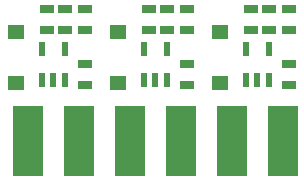
<source format=gbr>
G04 EAGLE Gerber RS-274X export*
G75*
%MOMM*%
%FSLAX34Y34*%
%LPD*%
%INSolderpaste Top*%
%IPPOS*%
%AMOC8*
5,1,8,0,0,1.08239X$1,22.5*%
G01*
%ADD10R,0.550000X1.200000*%
%ADD11R,1.200000X0.800000*%
%ADD12R,2.500000X6.000000*%
%ADD13R,1.470000X1.270000*%


D10*
X126390Y158449D03*
X135890Y158449D03*
X145390Y158449D03*
X145390Y184451D03*
X126390Y184451D03*
D11*
X146050Y218550D03*
X146050Y200550D03*
X162560Y172195D03*
X162560Y154195D03*
X162560Y218550D03*
X162560Y200550D03*
D10*
X40030Y158449D03*
X49530Y158449D03*
X59030Y158449D03*
X59030Y184451D03*
X40030Y184451D03*
D11*
X59690Y218550D03*
X59690Y200550D03*
X76200Y172195D03*
X76200Y154195D03*
X248920Y218550D03*
X248920Y200550D03*
D10*
X212750Y158449D03*
X222250Y158449D03*
X231750Y158449D03*
X231750Y184451D03*
X212750Y184451D03*
D11*
X232410Y218550D03*
X232410Y200550D03*
X76200Y218550D03*
X76200Y200550D03*
D12*
X27780Y106680D03*
X70780Y106680D03*
X114140Y106680D03*
X157140Y106680D03*
X200500Y106680D03*
X243500Y106680D03*
D11*
X248920Y172195D03*
X248920Y154195D03*
D13*
X17780Y156300D03*
X17780Y199300D03*
X104140Y156300D03*
X104140Y199300D03*
X190500Y156300D03*
X190500Y199300D03*
D11*
X44450Y200550D03*
X44450Y218550D03*
X130810Y200550D03*
X130810Y218550D03*
X217170Y200550D03*
X217170Y218550D03*
M02*

</source>
